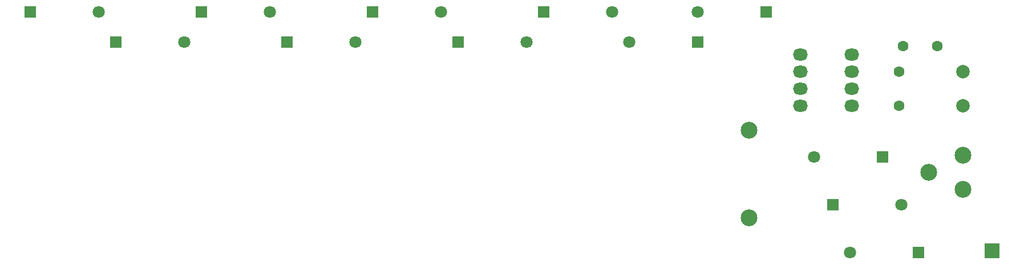
<source format=gbs>
G04 #@! TF.FileFunction,Soldermask,Bot*
%FSLAX46Y46*%
G04 Gerber Fmt 4.6, Leading zero omitted, Abs format (unit mm)*
G04 Created by KiCad (PCBNEW 4.0.1-stable) date 2016/10/28 19:38:33*
%MOMM*%
G01*
G04 APERTURE LIST*
%ADD10C,0.100000*%
%ADD11C,2.500000*%
%ADD12O,2.200000X1.800000*%
%ADD13C,1.600000*%
%ADD14C,1.800000*%
%ADD15R,1.800000X1.800000*%
%ADD16C,2.000000*%
%ADD17R,2.200000X2.200000*%
G04 APERTURE END LIST*
D10*
D11*
X182755000Y-107630000D03*
X182755000Y-94630000D03*
D12*
X198030000Y-88430000D03*
X198030000Y-90970000D03*
X198030000Y-85890000D03*
X198030000Y-83350000D03*
X190410000Y-83350000D03*
X190410000Y-85890000D03*
X190410000Y-88430000D03*
X190410000Y-90970000D03*
D13*
X205015000Y-85890000D03*
X205015000Y-90970000D03*
X205650000Y-82080000D03*
X210730000Y-82080000D03*
D14*
X197776000Y-112814000D03*
D15*
X207936000Y-112814000D03*
D14*
X205396000Y-105702000D03*
D15*
X195236000Y-105702000D03*
D14*
X192442000Y-98590000D03*
D15*
X202602000Y-98590000D03*
D14*
X165010000Y-81445000D03*
D15*
X175170000Y-81445000D03*
D14*
X175170000Y-77000000D03*
D15*
X185330000Y-77000000D03*
D14*
X162470000Y-77000000D03*
D15*
X152310000Y-77000000D03*
D14*
X149770000Y-81445000D03*
D15*
X139610000Y-81445000D03*
D14*
X137070000Y-77000000D03*
D15*
X126910000Y-77000000D03*
D14*
X124370000Y-81445000D03*
D15*
X114210000Y-81445000D03*
D14*
X111670000Y-77000000D03*
D15*
X101510000Y-77000000D03*
D14*
X98970000Y-81445000D03*
D15*
X88810000Y-81445000D03*
D14*
X86270000Y-77000000D03*
D15*
X76110000Y-77000000D03*
D11*
X209460000Y-100876000D03*
X214540000Y-98336000D03*
X214540000Y-103416000D03*
D16*
X214540000Y-85890000D03*
X214540000Y-90970000D03*
D17*
X218858000Y-112560000D03*
M02*

</source>
